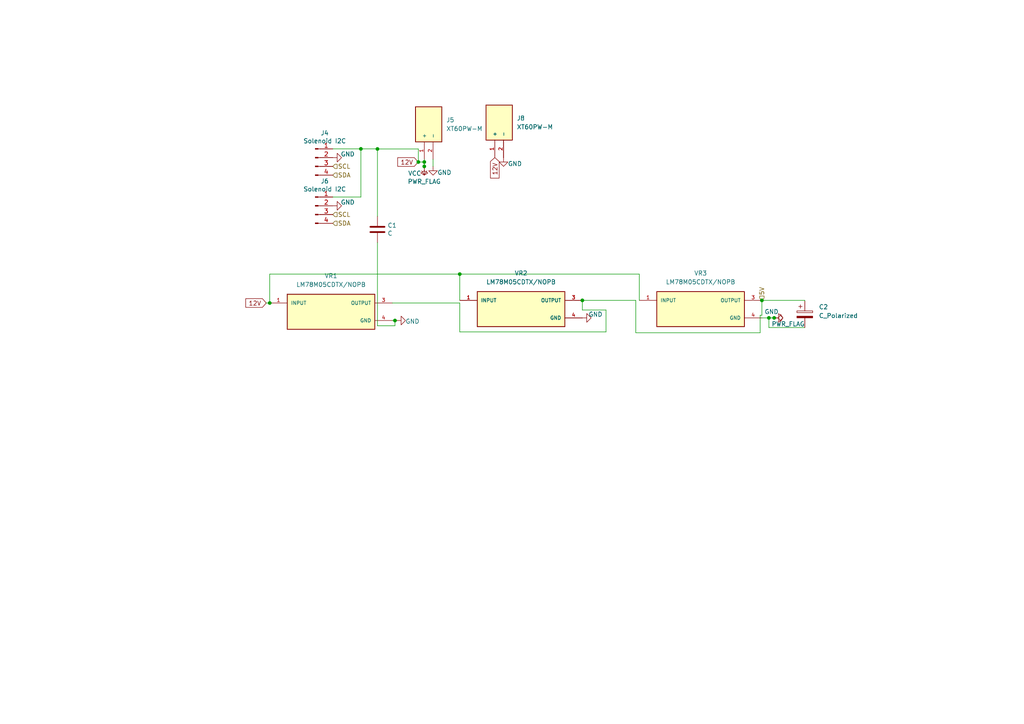
<source format=kicad_sch>
(kicad_sch (version 20211123) (generator eeschema)

  (uuid 44d8279a-9cd1-4db6-856f-0363131605fc)

  (paper "A4")

  (lib_symbols
    (symbol "Connector:Conn_01x04_Male" (pin_names (offset 1.016) hide) (in_bom yes) (on_board yes)
      (property "Reference" "J" (id 0) (at 0 5.08 0)
        (effects (font (size 1.27 1.27)))
      )
      (property "Value" "Conn_01x04_Male" (id 1) (at 0 -7.62 0)
        (effects (font (size 1.27 1.27)))
      )
      (property "Footprint" "" (id 2) (at 0 0 0)
        (effects (font (size 1.27 1.27)) hide)
      )
      (property "Datasheet" "~" (id 3) (at 0 0 0)
        (effects (font (size 1.27 1.27)) hide)
      )
      (property "ki_keywords" "connector" (id 4) (at 0 0 0)
        (effects (font (size 1.27 1.27)) hide)
      )
      (property "ki_description" "Generic connector, single row, 01x04, script generated (kicad-library-utils/schlib/autogen/connector/)" (id 5) (at 0 0 0)
        (effects (font (size 1.27 1.27)) hide)
      )
      (property "ki_fp_filters" "Connector*:*_1x??_*" (id 6) (at 0 0 0)
        (effects (font (size 1.27 1.27)) hide)
      )
      (symbol "Conn_01x04_Male_1_1"
        (polyline
          (pts
            (xy 1.27 -5.08)
            (xy 0.8636 -5.08)
          )
          (stroke (width 0.1524) (type default) (color 0 0 0 0))
          (fill (type none))
        )
        (polyline
          (pts
            (xy 1.27 -2.54)
            (xy 0.8636 -2.54)
          )
          (stroke (width 0.1524) (type default) (color 0 0 0 0))
          (fill (type none))
        )
        (polyline
          (pts
            (xy 1.27 0)
            (xy 0.8636 0)
          )
          (stroke (width 0.1524) (type default) (color 0 0 0 0))
          (fill (type none))
        )
        (polyline
          (pts
            (xy 1.27 2.54)
            (xy 0.8636 2.54)
          )
          (stroke (width 0.1524) (type default) (color 0 0 0 0))
          (fill (type none))
        )
        (rectangle (start 0.8636 -4.953) (end 0 -5.207)
          (stroke (width 0.1524) (type default) (color 0 0 0 0))
          (fill (type outline))
        )
        (rectangle (start 0.8636 -2.413) (end 0 -2.667)
          (stroke (width 0.1524) (type default) (color 0 0 0 0))
          (fill (type outline))
        )
        (rectangle (start 0.8636 0.127) (end 0 -0.127)
          (stroke (width 0.1524) (type default) (color 0 0 0 0))
          (fill (type outline))
        )
        (rectangle (start 0.8636 2.667) (end 0 2.413)
          (stroke (width 0.1524) (type default) (color 0 0 0 0))
          (fill (type outline))
        )
        (pin passive line (at 5.08 2.54 180) (length 3.81)
          (name "Pin_1" (effects (font (size 1.27 1.27))))
          (number "1" (effects (font (size 1.27 1.27))))
        )
        (pin passive line (at 5.08 0 180) (length 3.81)
          (name "Pin_2" (effects (font (size 1.27 1.27))))
          (number "2" (effects (font (size 1.27 1.27))))
        )
        (pin passive line (at 5.08 -2.54 180) (length 3.81)
          (name "Pin_3" (effects (font (size 1.27 1.27))))
          (number "3" (effects (font (size 1.27 1.27))))
        )
        (pin passive line (at 5.08 -5.08 180) (length 3.81)
          (name "Pin_4" (effects (font (size 1.27 1.27))))
          (number "4" (effects (font (size 1.27 1.27))))
        )
      )
    )
    (symbol "Device:C" (pin_numbers hide) (pin_names (offset 0.254)) (in_bom yes) (on_board yes)
      (property "Reference" "C" (id 0) (at 0.635 2.54 0)
        (effects (font (size 1.27 1.27)) (justify left))
      )
      (property "Value" "C" (id 1) (at 0.635 -2.54 0)
        (effects (font (size 1.27 1.27)) (justify left))
      )
      (property "Footprint" "" (id 2) (at 0.9652 -3.81 0)
        (effects (font (size 1.27 1.27)) hide)
      )
      (property "Datasheet" "~" (id 3) (at 0 0 0)
        (effects (font (size 1.27 1.27)) hide)
      )
      (property "ki_keywords" "cap capacitor" (id 4) (at 0 0 0)
        (effects (font (size 1.27 1.27)) hide)
      )
      (property "ki_description" "Unpolarized capacitor" (id 5) (at 0 0 0)
        (effects (font (size 1.27 1.27)) hide)
      )
      (property "ki_fp_filters" "C_*" (id 6) (at 0 0 0)
        (effects (font (size 1.27 1.27)) hide)
      )
      (symbol "C_0_1"
        (polyline
          (pts
            (xy -2.032 -0.762)
            (xy 2.032 -0.762)
          )
          (stroke (width 0.508) (type default) (color 0 0 0 0))
          (fill (type none))
        )
        (polyline
          (pts
            (xy -2.032 0.762)
            (xy 2.032 0.762)
          )
          (stroke (width 0.508) (type default) (color 0 0 0 0))
          (fill (type none))
        )
      )
      (symbol "C_1_1"
        (pin passive line (at 0 3.81 270) (length 2.794)
          (name "~" (effects (font (size 1.27 1.27))))
          (number "1" (effects (font (size 1.27 1.27))))
        )
        (pin passive line (at 0 -3.81 90) (length 2.794)
          (name "~" (effects (font (size 1.27 1.27))))
          (number "2" (effects (font (size 1.27 1.27))))
        )
      )
    )
    (symbol "Device:C_Polarized" (pin_numbers hide) (pin_names (offset 0.254)) (in_bom yes) (on_board yes)
      (property "Reference" "C" (id 0) (at 0.635 2.54 0)
        (effects (font (size 1.27 1.27)) (justify left))
      )
      (property "Value" "C_Polarized" (id 1) (at 0.635 -2.54 0)
        (effects (font (size 1.27 1.27)) (justify left))
      )
      (property "Footprint" "" (id 2) (at 0.9652 -3.81 0)
        (effects (font (size 1.27 1.27)) hide)
      )
      (property "Datasheet" "~" (id 3) (at 0 0 0)
        (effects (font (size 1.27 1.27)) hide)
      )
      (property "ki_keywords" "cap capacitor" (id 4) (at 0 0 0)
        (effects (font (size 1.27 1.27)) hide)
      )
      (property "ki_description" "Polarized capacitor" (id 5) (at 0 0 0)
        (effects (font (size 1.27 1.27)) hide)
      )
      (property "ki_fp_filters" "CP_*" (id 6) (at 0 0 0)
        (effects (font (size 1.27 1.27)) hide)
      )
      (symbol "C_Polarized_0_1"
        (rectangle (start -2.286 0.508) (end 2.286 1.016)
          (stroke (width 0) (type default) (color 0 0 0 0))
          (fill (type none))
        )
        (polyline
          (pts
            (xy -1.778 2.286)
            (xy -0.762 2.286)
          )
          (stroke (width 0) (type default) (color 0 0 0 0))
          (fill (type none))
        )
        (polyline
          (pts
            (xy -1.27 2.794)
            (xy -1.27 1.778)
          )
          (stroke (width 0) (type default) (color 0 0 0 0))
          (fill (type none))
        )
        (rectangle (start 2.286 -0.508) (end -2.286 -1.016)
          (stroke (width 0) (type default) (color 0 0 0 0))
          (fill (type outline))
        )
      )
      (symbol "C_Polarized_1_1"
        (pin passive line (at 0 3.81 270) (length 2.794)
          (name "~" (effects (font (size 1.27 1.27))))
          (number "1" (effects (font (size 1.27 1.27))))
        )
        (pin passive line (at 0 -3.81 90) (length 2.794)
          (name "~" (effects (font (size 1.27 1.27))))
          (number "2" (effects (font (size 1.27 1.27))))
        )
      )
    )
    (symbol "LM78M05CDTX_NOPB:LM78M05CDTX{slash}NOPB" (pin_names (offset 1.016)) (in_bom yes) (on_board yes)
      (property "Reference" "VR" (id 0) (at -12.7 5.842 0)
        (effects (font (size 1.27 1.27)) (justify left bottom))
      )
      (property "Value" "LM78M05CDTX{slash}NOPB" (id 1) (at -12.7 -5.842 0)
        (effects (font (size 1.27 1.27)) (justify left bottom))
      )
      (property "Footprint" "TO228P991X255-3N" (id 2) (at 0 0 0)
        (effects (font (size 1.27 1.27)) (justify left bottom) hide)
      )
      (property "Datasheet" "" (id 3) (at 0 0 0)
        (effects (font (size 1.27 1.27)) (justify left bottom) hide)
      )
      (property "SNAPEDA_PACKAGE_ID" "102662" (id 4) (at 0 0 0)
        (effects (font (size 1.27 1.27)) (justify left bottom) hide)
      )
      (property "STANDARD" "IPC-7351B" (id 5) (at 0 0 0)
        (effects (font (size 1.27 1.27)) (justify left bottom) hide)
      )
      (property "PARTREV" "G" (id 6) (at 0 0 0)
        (effects (font (size 1.27 1.27)) (justify left bottom) hide)
      )
      (property "MANUFACTURER" "Texas Instruments" (id 7) (at 0 0 0)
        (effects (font (size 1.27 1.27)) (justify left bottom) hide)
      )
      (property "MAXIMUM_PACKAGE_HEIGHT" "2.55mm" (id 8) (at 0 0 0)
        (effects (font (size 1.27 1.27)) (justify left bottom) hide)
      )
      (property "ki_locked" "" (id 9) (at 0 0 0)
        (effects (font (size 1.27 1.27)))
      )
      (symbol "LM78M05CDTX{slash}NOPB_0_0"
        (rectangle (start -12.7 -5.08) (end 12.7 5.08)
          (stroke (width 0.254) (type default) (color 0 0 0 0))
          (fill (type background))
        )
        (pin input line (at -17.78 2.54 0) (length 5.08)
          (name "INPUT" (effects (font (size 1.016 1.016))))
          (number "1" (effects (font (size 1.016 1.016))))
        )
        (pin output line (at 17.78 2.54 180) (length 5.08)
          (name "OUTPUT" (effects (font (size 1.016 1.016))))
          (number "3" (effects (font (size 1.016 1.016))))
        )
        (pin power_in line (at 17.78 -2.54 180) (length 5.08)
          (name "GND" (effects (font (size 1.016 1.016))))
          (number "4" (effects (font (size 1.016 1.016))))
        )
      )
    )
    (symbol "XT60PW-M:XT60PW-M" (pin_names (offset 1.016)) (in_bom yes) (on_board yes)
      (property "Reference" "J" (id 0) (at -5.08 5.715 0)
        (effects (font (size 1.27 1.27)) (justify left bottom))
      )
      (property "Value" "XT60PW-M" (id 1) (at -5.08 -5.08 0)
        (effects (font (size 1.27 1.27)) (justify left bottom))
      )
      (property "Footprint" "AMASS_XT60PW-M" (id 2) (at 0 0 0)
        (effects (font (size 1.27 1.27)) (justify left bottom) hide)
      )
      (property "Datasheet" "" (id 3) (at 0 0 0)
        (effects (font (size 1.27 1.27)) (justify left bottom) hide)
      )
      (property "STANDARD" "Manufacturer recommendations" (id 4) (at 0 0 0)
        (effects (font (size 1.27 1.27)) (justify left bottom) hide)
      )
      (property "PARTREV" "V1.2" (id 5) (at 0 0 0)
        (effects (font (size 1.27 1.27)) (justify left bottom) hide)
      )
      (property "MANUFACTURER" "AMASS" (id 6) (at 0 0 0)
        (effects (font (size 1.27 1.27)) (justify left bottom) hide)
      )
      (property "MAXIMUM_PACKAGE_HEIGHT" "8.4 mm" (id 7) (at 0 0 0)
        (effects (font (size 1.27 1.27)) (justify left bottom) hide)
      )
      (property "ki_locked" "" (id 8) (at 0 0 0)
        (effects (font (size 1.27 1.27)))
      )
      (symbol "XT60PW-M_0_0"
        (rectangle (start -5.08 -2.54) (end 5.08 5.08)
          (stroke (width 0.254) (type default) (color 0 0 0 0))
          (fill (type background))
        )
        (pin passive line (at -10.16 2.54 0) (length 5.08)
          (name "+" (effects (font (size 1.016 1.016))))
          (number "1" (effects (font (size 1.016 1.016))))
        )
        (pin passive line (at -10.16 0 0) (length 5.08)
          (name "-" (effects (font (size 1.016 1.016))))
          (number "2" (effects (font (size 1.016 1.016))))
        )
      )
    )
    (symbol "power:GND" (power) (pin_names (offset 0)) (in_bom yes) (on_board yes)
      (property "Reference" "#PWR" (id 0) (at 0 -6.35 0)
        (effects (font (size 1.27 1.27)) hide)
      )
      (property "Value" "GND" (id 1) (at 0 -3.81 0)
        (effects (font (size 1.27 1.27)))
      )
      (property "Footprint" "" (id 2) (at 0 0 0)
        (effects (font (size 1.27 1.27)) hide)
      )
      (property "Datasheet" "" (id 3) (at 0 0 0)
        (effects (font (size 1.27 1.27)) hide)
      )
      (property "ki_keywords" "power-flag" (id 4) (at 0 0 0)
        (effects (font (size 1.27 1.27)) hide)
      )
      (property "ki_description" "Power symbol creates a global label with name \"GND\" , ground" (id 5) (at 0 0 0)
        (effects (font (size 1.27 1.27)) hide)
      )
      (symbol "GND_0_1"
        (polyline
          (pts
            (xy 0 0)
            (xy 0 -1.27)
            (xy 1.27 -1.27)
            (xy 0 -2.54)
            (xy -1.27 -1.27)
            (xy 0 -1.27)
          )
          (stroke (width 0) (type default) (color 0 0 0 0))
          (fill (type none))
        )
      )
      (symbol "GND_1_1"
        (pin power_in line (at 0 0 270) (length 0) hide
          (name "GND" (effects (font (size 1.27 1.27))))
          (number "1" (effects (font (size 1.27 1.27))))
        )
      )
    )
    (symbol "power:PWR_FLAG" (power) (pin_numbers hide) (pin_names (offset 0) hide) (in_bom yes) (on_board yes)
      (property "Reference" "#FLG" (id 0) (at 0 1.905 0)
        (effects (font (size 1.27 1.27)) hide)
      )
      (property "Value" "PWR_FLAG" (id 1) (at 0 3.81 0)
        (effects (font (size 1.27 1.27)))
      )
      (property "Footprint" "" (id 2) (at 0 0 0)
        (effects (font (size 1.27 1.27)) hide)
      )
      (property "Datasheet" "~" (id 3) (at 0 0 0)
        (effects (font (size 1.27 1.27)) hide)
      )
      (property "ki_keywords" "power-flag" (id 4) (at 0 0 0)
        (effects (font (size 1.27 1.27)) hide)
      )
      (property "ki_description" "Special symbol for telling ERC where power comes from" (id 5) (at 0 0 0)
        (effects (font (size 1.27 1.27)) hide)
      )
      (symbol "PWR_FLAG_0_0"
        (pin power_out line (at 0 0 90) (length 0)
          (name "pwr" (effects (font (size 1.27 1.27))))
          (number "1" (effects (font (size 1.27 1.27))))
        )
      )
      (symbol "PWR_FLAG_0_1"
        (polyline
          (pts
            (xy 0 0)
            (xy 0 1.27)
            (xy -1.016 1.905)
            (xy 0 2.54)
            (xy 1.016 1.905)
            (xy 0 1.27)
          )
          (stroke (width 0) (type default) (color 0 0 0 0))
          (fill (type none))
        )
      )
    )
    (symbol "power:VCC" (power) (pin_names (offset 0)) (in_bom yes) (on_board yes)
      (property "Reference" "#PWR" (id 0) (at 0 -3.81 0)
        (effects (font (size 1.27 1.27)) hide)
      )
      (property "Value" "VCC" (id 1) (at 0 3.81 0)
        (effects (font (size 1.27 1.27)))
      )
      (property "Footprint" "" (id 2) (at 0 0 0)
        (effects (font (size 1.27 1.27)) hide)
      )
      (property "Datasheet" "" (id 3) (at 0 0 0)
        (effects (font (size 1.27 1.27)) hide)
      )
      (property "ki_keywords" "power-flag" (id 4) (at 0 0 0)
        (effects (font (size 1.27 1.27)) hide)
      )
      (property "ki_description" "Power symbol creates a global label with name \"VCC\"" (id 5) (at 0 0 0)
        (effects (font (size 1.27 1.27)) hide)
      )
      (symbol "VCC_0_1"
        (polyline
          (pts
            (xy -0.762 1.27)
            (xy 0 2.54)
          )
          (stroke (width 0) (type default) (color 0 0 0 0))
          (fill (type none))
        )
        (polyline
          (pts
            (xy 0 0)
            (xy 0 2.54)
          )
          (stroke (width 0) (type default) (color 0 0 0 0))
          (fill (type none))
        )
        (polyline
          (pts
            (xy 0 2.54)
            (xy 0.762 1.27)
          )
          (stroke (width 0) (type default) (color 0 0 0 0))
          (fill (type none))
        )
      )
      (symbol "VCC_1_1"
        (pin power_in line (at 0 0 90) (length 0) hide
          (name "VCC" (effects (font (size 1.27 1.27))))
          (number "1" (effects (font (size 1.27 1.27))))
        )
      )
    )
  )


  (junction (at 104.6734 43.18) (diameter 0) (color 0 0 0 0)
    (uuid 2dfa0386-e1af-4420-a731-9c62c8c78446)
  )
  (junction (at 133.35 79.502) (diameter 0) (color 0 0 0 0)
    (uuid 31e08896-1992-4725-96d9-9d2728bca7a3)
  )
  (junction (at 220.98 87.122) (diameter 0) (color 0 0 0 0)
    (uuid 4a353535-fa5f-48af-a7d3-2bd43d4a63e8)
  )
  (junction (at 224.536 92.202) (diameter 0) (color 0 0 0 0)
    (uuid 4fb21471-41be-4be8-9687-66030f97befc)
  )
  (junction (at 123.063 46.99) (diameter 0) (color 0 0 0 0)
    (uuid 6c2e273e-743c-4f1e-a647-4171f8122550)
  )
  (junction (at 114.554 92.964) (diameter 0) (color 0 0 0 0)
    (uuid 8412992d-8754-44de-9e08-115cec1a3eff)
  )
  (junction (at 123.063 48.26) (diameter 0) (color 0 0 0 0)
    (uuid 8c514922-ffe1-4e37-a260-e807409f2e0d)
  )
  (junction (at 168.91 87.122) (diameter 0) (color 0 0 0 0)
    (uuid 90609d50-a891-4cf0-bb9a-216b073dada0)
  )
  (junction (at 78.232 87.884) (diameter 0) (color 0 0 0 0)
    (uuid 980f1097-47ba-4523-a8e1-9d867293b77d)
  )
  (junction (at 223.012 92.202) (diameter 0) (color 0 0 0 0)
    (uuid aca4de92-9c41-4c2b-9afa-540d02dafa1c)
  )
  (junction (at 109.474 43.2054) (diameter 0) (color 0 0 0 0)
    (uuid ca7c015c-86bc-4139-8244-c4afd4933a27)
  )
  (junction (at 121.3358 46.99) (diameter 0) (color 0 0 0 0)
    (uuid d7b2c398-a2c4-40f4-8d86-94c6ac323fb3)
  )

  (wire (pts (xy 220.98 92.202) (xy 223.012 92.202))
    (stroke (width 0) (type default) (color 0 0 0 0))
    (uuid 003c2200-0632-4808-a662-8ddd5d30c768)
  )
  (wire (pts (xy 175.768 89.916) (xy 175.768 96.266))
    (stroke (width 0) (type default) (color 0 0 0 0))
    (uuid 03caada9-9e22-4e2d-9035-b15433dfbb17)
  )
  (wire (pts (xy 78.232 79.502) (xy 133.35 79.502))
    (stroke (width 0) (type default) (color 0 0 0 0))
    (uuid 0f54db53-a272-4955-88fb-d7ab00657bb0)
  )
  (wire (pts (xy 114.554 94.488) (xy 114.554 92.964))
    (stroke (width 0) (type default) (color 0 0 0 0))
    (uuid 13c0ff76-ed71-4cd9-abb0-92c376825d5d)
  )
  (wire (pts (xy 121.3358 46.99) (xy 123.063 46.99))
    (stroke (width 0) (type default) (color 0 0 0 0))
    (uuid 15c43ec0-be2a-4aee-b66e-6829dcd5cfc2)
  )
  (wire (pts (xy 133.35 96.266) (xy 175.768 96.266))
    (stroke (width 0) (type default) (color 0 0 0 0))
    (uuid 1f3003e6-dce5-420f-906b-3f1e92b67249)
  )
  (wire (pts (xy 123.063 46.228) (xy 123.063 46.99))
    (stroke (width 0) (type default) (color 0 0 0 0))
    (uuid 2d210a96-f81f-42a9-8bf4-1b43c11086f3)
  )
  (wire (pts (xy 113.792 92.964) (xy 114.554 92.964))
    (stroke (width 0) (type default) (color 0 0 0 0))
    (uuid 378af8b4-af3d-46e7-89ae-deff12ca9067)
  )
  (wire (pts (xy 96.52 57.15) (xy 104.6734 57.15))
    (stroke (width 0) (type default) (color 0 0 0 0))
    (uuid 3c4b29df-3c31-42a0-9881-ec665de22aac)
  )
  (wire (pts (xy 184.404 87.122) (xy 184.404 96.52))
    (stroke (width 0) (type default) (color 0 0 0 0))
    (uuid 40976bf0-19de-460f-ad64-224d4f51e16b)
  )
  (wire (pts (xy 109.474 43.18) (xy 109.474 43.2054))
    (stroke (width 0) (type default) (color 0 0 0 0))
    (uuid 4780a290-d25c-4459-9579-eba3f7678762)
  )
  (wire (pts (xy 109.474 43.2054) (xy 109.474 62.738))
    (stroke (width 0) (type default) (color 0 0 0 0))
    (uuid 5a32b969-4a90-459b-9132-b2e5a3e80287)
  )
  (wire (pts (xy 168.91 87.122) (xy 168.91 89.916))
    (stroke (width 0) (type default) (color 0 0 0 0))
    (uuid 639c0e59-e95c-4114-bccd-2e7277505454)
  )
  (wire (pts (xy 185.42 79.502) (xy 185.42 87.122))
    (stroke (width 0) (type default) (color 0 0 0 0))
    (uuid 6441b183-b8f2-458f-a23d-60e2b1f66dd6)
  )
  (wire (pts (xy 123.063 46.99) (xy 123.063 48.26))
    (stroke (width 0) (type default) (color 0 0 0 0))
    (uuid 666713b0-70f4-42df-8761-f65bc212d03b)
  )
  (wire (pts (xy 220.98 91.44) (xy 220.472 91.44))
    (stroke (width 0) (type default) (color 0 0 0 0))
    (uuid 68877d35-b796-44db-9124-b8e744e7412e)
  )
  (wire (pts (xy 104.6734 57.15) (xy 104.6734 43.18))
    (stroke (width 0) (type default) (color 0 0 0 0))
    (uuid 690f4cb0-739f-4018-a871-4477df548cfc)
  )
  (wire (pts (xy 133.35 79.502) (xy 133.35 87.122))
    (stroke (width 0) (type default) (color 0 0 0 0))
    (uuid 80094b70-85ab-4ff6-934b-60d5ee65023a)
  )
  (wire (pts (xy 168.91 89.916) (xy 175.768 89.916))
    (stroke (width 0) (type default) (color 0 0 0 0))
    (uuid 8ca3e20d-bcc7-4c5e-9deb-562dfed9fecb)
  )
  (wire (pts (xy 121.3358 43.2054) (xy 109.474 43.2054))
    (stroke (width 0) (type default) (color 0 0 0 0))
    (uuid 90249b1b-dedf-489f-9c00-42575bfb8d70)
  )
  (wire (pts (xy 220.472 96.52) (xy 184.404 96.52))
    (stroke (width 0) (type default) (color 0 0 0 0))
    (uuid 911bdcbe-493f-4e21-a506-7cbc636e2c17)
  )
  (wire (pts (xy 78.232 87.884) (xy 78.232 79.502))
    (stroke (width 0) (type default) (color 0 0 0 0))
    (uuid 922058ca-d09a-45fd-8394-05f3e2c1e03a)
  )
  (wire (pts (xy 77.216 87.884) (xy 78.232 87.884))
    (stroke (width 0) (type default) (color 0 0 0 0))
    (uuid 97fe9c60-586f-4895-8504-4d3729f5f81a)
  )
  (wire (pts (xy 96.52 43.18) (xy 104.6734 43.18))
    (stroke (width 0) (type default) (color 0 0 0 0))
    (uuid 9a46ad12-99a7-4e9f-833d-0b030db93dd1)
  )
  (wire (pts (xy 125.603 48.26) (xy 125.603 46.228))
    (stroke (width 0) (type default) (color 0 0 0 0))
    (uuid 9bb20359-0f8b-45bc-9d38-6626ed3a939d)
  )
  (wire (pts (xy 168.91 87.122) (xy 184.404 87.122))
    (stroke (width 0) (type default) (color 0 0 0 0))
    (uuid a15a7506-eae4-4933-84da-9ad754258706)
  )
  (wire (pts (xy 109.474 94.488) (xy 114.554 94.488))
    (stroke (width 0) (type default) (color 0 0 0 0))
    (uuid a27eb049-c992-4f11-a026-1e6a8d9d0160)
  )
  (wire (pts (xy 113.792 87.884) (xy 133.35 87.884))
    (stroke (width 0) (type default) (color 0 0 0 0))
    (uuid b5352a33-563a-4ffe-a231-2e68fb54afa3)
  )
  (wire (pts (xy 220.472 91.44) (xy 220.472 96.52))
    (stroke (width 0) (type default) (color 0 0 0 0))
    (uuid b96fe6ac-3535-4455-ab88-ed77f5e46d6e)
  )
  (wire (pts (xy 133.35 79.502) (xy 185.42 79.502))
    (stroke (width 0) (type default) (color 0 0 0 0))
    (uuid bfc0aadc-38cf-466e-a642-68fdc3138c78)
  )
  (wire (pts (xy 220.98 87.122) (xy 220.98 91.44))
    (stroke (width 0) (type default) (color 0 0 0 0))
    (uuid c332fa55-4168-4f55-88a5-f82c7c21040b)
  )
  (wire (pts (xy 223.012 92.202) (xy 224.536 92.202))
    (stroke (width 0) (type default) (color 0 0 0 0))
    (uuid c43663ee-9a0d-4f27-a292-89ba89964065)
  )
  (wire (pts (xy 220.98 87.122) (xy 233.426 87.122))
    (stroke (width 0) (type default) (color 0 0 0 0))
    (uuid c8c79177-94d4-43e2-a654-f0a5554fbb68)
  )
  (wire (pts (xy 121.3358 46.99) (xy 121.3358 43.2054))
    (stroke (width 0) (type default) (color 0 0 0 0))
    (uuid cdf171b3-ce1c-4167-95b5-1e8b5fc5d8bf)
  )
  (wire (pts (xy 133.35 87.884) (xy 133.35 96.266))
    (stroke (width 0) (type default) (color 0 0 0 0))
    (uuid d3c11c8f-a73d-4211-934b-a6da255728ad)
  )
  (wire (pts (xy 104.6734 43.18) (xy 109.474 43.18))
    (stroke (width 0) (type default) (color 0 0 0 0))
    (uuid d5c0bae9-54fb-49a4-ab37-69e16e5f8a10)
  )
  (wire (pts (xy 223.012 94.996) (xy 223.012 92.202))
    (stroke (width 0) (type default) (color 0 0 0 0))
    (uuid d7269d2a-b8c0-422d-8f25-f79ea31bf75e)
  )
  (wire (pts (xy 114.554 92.964) (xy 115.062 92.964))
    (stroke (width 0) (type default) (color 0 0 0 0))
    (uuid df32840e-2912-4088-b54c-9a85f64c0265)
  )
  (wire (pts (xy 233.426 87.122) (xy 233.426 87.376))
    (stroke (width 0) (type default) (color 0 0 0 0))
    (uuid e21aa84b-970e-47cf-b64f-3b55ee0e1b51)
  )
  (wire (pts (xy 121.285 46.99) (xy 121.3358 46.99))
    (stroke (width 0) (type default) (color 0 0 0 0))
    (uuid e857610b-4434-4144-b04e-43c1ebdc5ceb)
  )
  (wire (pts (xy 233.426 94.996) (xy 223.012 94.996))
    (stroke (width 0) (type default) (color 0 0 0 0))
    (uuid e8c50f1b-c316-4110-9cce-5c24c65a1eaa)
  )
  (wire (pts (xy 109.474 70.358) (xy 109.474 94.488))
    (stroke (width 0) (type default) (color 0 0 0 0))
    (uuid ffd175d1-912a-4224-be1e-a8198680f46b)
  )

  (global_label "12V" (shape input) (at 143.51 45.72 270) (fields_autoplaced)
    (effects (font (size 1.27 1.27)) (justify right))
    (uuid 7017fb0f-0853-4913-bc96-07f0f5509631)
    (property "Intersheet References" "${INTERSHEET_REFS}" (id 0) (at 97.028 169.672 0)
      (effects (font (size 1.27 1.27)) hide)
    )
  )
  (global_label "12V" (shape input) (at 77.216 87.884 180) (fields_autoplaced)
    (effects (font (size 1.27 1.27)) (justify right))
    (uuid 7aed3a71-054b-4aaa-9c0a-030523c32827)
    (property "Intersheet References" "${INTERSHEET_REFS}" (id 0) (at 0 0 0)
      (effects (font (size 1.27 1.27)) hide)
    )
  )
  (global_label "12V" (shape input) (at 121.285 46.99 180) (fields_autoplaced)
    (effects (font (size 1.27 1.27)) (justify right))
    (uuid 7dc880bc-e7eb-4cce-8d8c-0b65a9dd788e)
    (property "Intersheet References" "${INTERSHEET_REFS}" (id 0) (at -2.667 0.508 0)
      (effects (font (size 1.27 1.27)) hide)
    )
  )

  (hierarchical_label "SDA" (shape input) (at 96.52 50.8 0)
    (effects (font (size 1.27 1.27)) (justify left))
    (uuid 3e903008-0276-4a73-8edb-5d9dfde6297c)
  )
  (hierarchical_label "SCL" (shape input) (at 96.52 48.26 0)
    (effects (font (size 1.27 1.27)) (justify left))
    (uuid 75ffc65c-7132-4411-9f2a-ae0c73d79338)
  )
  (hierarchical_label "5V" (shape input) (at 220.98 87.122 90)
    (effects (font (size 1.27 1.27)) (justify left))
    (uuid 852dabbf-de45-4470-8176-59d37a754407)
  )
  (hierarchical_label "SCL" (shape input) (at 96.52 62.23 0)
    (effects (font (size 1.27 1.27)) (justify left))
    (uuid ac44c07f-479e-4e52-b9de-ced1a8eab2fa)
  )
  (hierarchical_label "SDA" (shape input) (at 96.52 64.77 0)
    (effects (font (size 1.27 1.27)) (justify left))
    (uuid c7c48acc-2186-4ec2-bbe9-bcf2692bac16)
  )

  (symbol (lib_id "power:VCC") (at 123.063 48.26 180) (unit 1)
    (in_bom yes) (on_board yes)
    (uuid 00000000-0000-0000-0000-000062525296)
    (property "Reference" "#PWR0101" (id 0) (at 123.063 44.45 0)
      (effects (font (size 1.27 1.27)) hide)
    )
    (property "Value" "VCC" (id 1) (at 120.269 50.292 0))
    (property "Footprint" "" (id 2) (at 123.063 48.26 0)
      (effects (font (size 1.27 1.27)) hide)
    )
    (property "Datasheet" "" (id 3) (at 123.063 48.26 0)
      (effects (font (size 1.27 1.27)) hide)
    )
    (pin "1" (uuid 7fb7583c-ceba-4b20-9b71-fe1186f524bb))
  )

  (symbol (lib_id "power:GND") (at 125.603 48.26 0) (unit 1)
    (in_bom yes) (on_board yes)
    (uuid 00000000-0000-0000-0000-0000625255a6)
    (property "Reference" "#PWR0102" (id 0) (at 125.603 54.61 0)
      (effects (font (size 1.27 1.27)) hide)
    )
    (property "Value" "GND" (id 1) (at 128.905 50.038 0))
    (property "Footprint" "" (id 2) (at 125.603 48.26 0)
      (effects (font (size 1.27 1.27)) hide)
    )
    (property "Datasheet" "" (id 3) (at 125.603 48.26 0)
      (effects (font (size 1.27 1.27)) hide)
    )
    (pin "1" (uuid 1d2d5409-88f7-49e7-af86-7e9d4508aee5))
  )

  (symbol (lib_id "power:GND") (at 115.062 92.964 90) (unit 1)
    (in_bom yes) (on_board yes)
    (uuid 00000000-0000-0000-0000-000062527c50)
    (property "Reference" "#PWR0103" (id 0) (at 121.412 92.964 0)
      (effects (font (size 1.27 1.27)) hide)
    )
    (property "Value" "GND" (id 1) (at 119.634 93.218 90))
    (property "Footprint" "" (id 2) (at 115.062 92.964 0)
      (effects (font (size 1.27 1.27)) hide)
    )
    (property "Datasheet" "" (id 3) (at 115.062 92.964 0)
      (effects (font (size 1.27 1.27)) hide)
    )
    (pin "1" (uuid 85f9935b-27fc-493f-85cc-ac13b18a5480))
  )

  (symbol (lib_id "power:GND") (at 168.91 92.202 90) (unit 1)
    (in_bom yes) (on_board yes)
    (uuid 00000000-0000-0000-0000-00006252d5a1)
    (property "Reference" "#PWR0104" (id 0) (at 175.26 92.202 0)
      (effects (font (size 1.27 1.27)) hide)
    )
    (property "Value" "GND" (id 1) (at 172.72 91.186 90))
    (property "Footprint" "" (id 2) (at 168.91 92.202 0)
      (effects (font (size 1.27 1.27)) hide)
    )
    (property "Datasheet" "" (id 3) (at 168.91 92.202 0)
      (effects (font (size 1.27 1.27)) hide)
    )
    (pin "1" (uuid ba6fa266-694b-4912-a263-74d98430b78b))
  )

  (symbol (lib_id "power:GND") (at 224.536 92.202 90) (unit 1)
    (in_bom yes) (on_board yes)
    (uuid 00000000-0000-0000-0000-00006252ef48)
    (property "Reference" "#PWR0105" (id 0) (at 230.886 92.202 0)
      (effects (font (size 1.27 1.27)) hide)
    )
    (property "Value" "GND" (id 1) (at 223.774 90.424 90))
    (property "Footprint" "" (id 2) (at 224.536 92.202 0)
      (effects (font (size 1.27 1.27)) hide)
    )
    (property "Datasheet" "" (id 3) (at 224.536 92.202 0)
      (effects (font (size 1.27 1.27)) hide)
    )
    (pin "1" (uuid d8d8ab03-2df0-49fc-9882-ea1e0ab5128a))
  )

  (symbol (lib_id "Connector:Conn_01x04_Male") (at 91.44 45.72 0) (unit 1)
    (in_bom yes) (on_board yes)
    (uuid 00000000-0000-0000-0000-000062530307)
    (property "Reference" "J4" (id 0) (at 94.1832 38.5826 0))
    (property "Value" "Solenoid I2C" (id 1) (at 94.1832 40.894 0))
    (property "Footprint" "Connector_PinHeader_2.54mm:PinHeader_1x04_P2.54mm_Vertical" (id 2) (at 91.44 45.72 0)
      (effects (font (size 1.27 1.27)) hide)
    )
    (property "Datasheet" "~" (id 3) (at 91.44 45.72 0)
      (effects (font (size 1.27 1.27)) hide)
    )
    (pin "1" (uuid 5d76824b-78ae-4dd8-98b2-b4328a634435))
    (pin "2" (uuid 304a25b6-803f-43b8-814a-27dad4151d60))
    (pin "3" (uuid 70f99bd0-7a08-4053-b169-629e201785ee))
    (pin "4" (uuid d67939b1-5daf-4d3f-ad3f-d552567347c3))
  )

  (symbol (lib_id "power:GND") (at 96.52 45.72 90) (unit 1)
    (in_bom yes) (on_board yes)
    (uuid 00000000-0000-0000-0000-0000625334fb)
    (property "Reference" "#PWR0106" (id 0) (at 102.87 45.72 0)
      (effects (font (size 1.27 1.27)) hide)
    )
    (property "Value" "GND" (id 1) (at 98.806 44.704 90)
      (effects (font (size 1.27 1.27)) (justify right))
    )
    (property "Footprint" "" (id 2) (at 96.52 45.72 0)
      (effects (font (size 1.27 1.27)) hide)
    )
    (property "Datasheet" "" (id 3) (at 96.52 45.72 0)
      (effects (font (size 1.27 1.27)) hide)
    )
    (pin "1" (uuid 660f274e-865c-4a92-9f67-759f39e3f3e2))
  )

  (symbol (lib_id "power:PWR_FLAG") (at 123.063 48.26 180) (unit 1)
    (in_bom yes) (on_board yes)
    (uuid 00000000-0000-0000-0000-000062533e89)
    (property "Reference" "#FLG0101" (id 0) (at 123.063 50.165 0)
      (effects (font (size 1.27 1.27)) hide)
    )
    (property "Value" "PWR_FLAG" (id 1) (at 123.063 52.6542 0))
    (property "Footprint" "" (id 2) (at 123.063 48.26 0)
      (effects (font (size 1.27 1.27)) hide)
    )
    (property "Datasheet" "~" (id 3) (at 123.063 48.26 0)
      (effects (font (size 1.27 1.27)) hide)
    )
    (pin "1" (uuid 3dfb52c6-9d35-4f96-9279-c27e60d1dc50))
  )

  (symbol (lib_id "Device:C") (at 109.474 66.548 0) (unit 1)
    (in_bom yes) (on_board yes)
    (uuid 00000000-0000-0000-0000-00006253424f)
    (property "Reference" "C1" (id 0) (at 112.395 65.3796 0)
      (effects (font (size 1.27 1.27)) (justify left))
    )
    (property "Value" "C" (id 1) (at 112.395 67.691 0)
      (effects (font (size 1.27 1.27)) (justify left))
    )
    (property "Footprint" "Capacitor_THT:C_Rect_L7.0mm_W2.5mm_P5.00mm" (id 2) (at 110.4392 70.358 0)
      (effects (font (size 1.27 1.27)) hide)
    )
    (property "Datasheet" "~" (id 3) (at 109.474 66.548 0)
      (effects (font (size 1.27 1.27)) hide)
    )
    (pin "1" (uuid adba5a46-7a79-4a45-93ac-9ece85148abb))
    (pin "2" (uuid 56ba79c1-0248-497d-8c4b-ba9a0b185aef))
  )

  (symbol (lib_id "power:PWR_FLAG") (at 224.536 92.202 270) (unit 1)
    (in_bom yes) (on_board yes)
    (uuid 00000000-0000-0000-0000-00006253d63c)
    (property "Reference" "#FLG0102" (id 0) (at 226.441 92.202 0)
      (effects (font (size 1.27 1.27)) hide)
    )
    (property "Value" "PWR_FLAG" (id 1) (at 223.774 93.98 90)
      (effects (font (size 1.27 1.27)) (justify left))
    )
    (property "Footprint" "" (id 2) (at 224.536 92.202 0)
      (effects (font (size 1.27 1.27)) hide)
    )
    (property "Datasheet" "~" (id 3) (at 224.536 92.202 0)
      (effects (font (size 1.27 1.27)) hide)
    )
    (pin "1" (uuid dc7ae2f2-0bec-4bfa-8965-a15c1ebd044d))
  )

  (symbol (lib_id "power:GND") (at 146.05 45.72 0) (unit 1)
    (in_bom yes) (on_board yes)
    (uuid 07c11f9b-2ad5-4b2b-94e5-5ca088c562d3)
    (property "Reference" "#PWR0113" (id 0) (at 146.05 52.07 0)
      (effects (font (size 1.27 1.27)) hide)
    )
    (property "Value" "GND" (id 1) (at 149.352 47.498 0))
    (property "Footprint" "" (id 2) (at 146.05 45.72 0)
      (effects (font (size 1.27 1.27)) hide)
    )
    (property "Datasheet" "" (id 3) (at 146.05 45.72 0)
      (effects (font (size 1.27 1.27)) hide)
    )
    (pin "1" (uuid df76546d-3777-4524-bcac-54d85d7cd724))
  )

  (symbol (lib_id "XT60PW-M:XT60PW-M") (at 146.05 35.56 90) (unit 1)
    (in_bom yes) (on_board yes) (fields_autoplaced)
    (uuid 352e72e3-1144-4bdd-8762-d91f8446e74f)
    (property "Reference" "J8" (id 0) (at 149.86 34.2899 90)
      (effects (font (size 1.27 1.27)) (justify right))
    )
    (property "Value" "XT60PW-M" (id 1) (at 149.86 36.8299 90)
      (effects (font (size 1.27 1.27)) (justify right))
    )
    (property "Footprint" ".pretty:AMASS_XT60PW-M" (id 2) (at 146.05 35.56 0)
      (effects (font (size 1.27 1.27)) (justify left bottom) hide)
    )
    (property "Datasheet" "" (id 3) (at 146.05 35.56 0)
      (effects (font (size 1.27 1.27)) (justify left bottom) hide)
    )
    (property "STANDARD" "Manufacturer recommendations" (id 4) (at 146.05 35.56 0)
      (effects (font (size 1.27 1.27)) (justify left bottom) hide)
    )
    (property "PARTREV" "V1.2" (id 5) (at 146.05 35.56 0)
      (effects (font (size 1.27 1.27)) (justify left bottom) hide)
    )
    (property "MANUFACTURER" "AMASS" (id 6) (at 146.05 35.56 0)
      (effects (font (size 1.27 1.27)) (justify left bottom) hide)
    )
    (property "MAXIMUM_PACKAGE_HEIGHT" "8.4 mm" (id 7) (at 146.05 35.56 0)
      (effects (font (size 1.27 1.27)) (justify left bottom) hide)
    )
    (pin "1" (uuid ade99c93-b4f0-4d25-87e4-3eb26ed3d5b3))
    (pin "2" (uuid edfaf871-e41a-4b9d-b630-60532c318971))
  )

  (symbol (lib_id "LM78M05CDTX_NOPB:LM78M05CDTX{slash}NOPB") (at 96.012 90.424 0) (unit 1)
    (in_bom yes) (on_board yes) (fields_autoplaced)
    (uuid 48d40073-1a9a-46a8-ade3-7445c436f76c)
    (property "Reference" "VR1" (id 0) (at 96.012 80.01 0))
    (property "Value" "LM78M05CDTX/NOPB" (id 1) (at 96.012 82.55 0))
    (property "Footprint" ".pretty:VREG_L7805ACD2T" (id 2) (at 96.012 90.424 0)
      (effects (font (size 1.27 1.27)) (justify left bottom) hide)
    )
    (property "Datasheet" "" (id 3) (at 96.012 90.424 0)
      (effects (font (size 1.27 1.27)) (justify left bottom) hide)
    )
    (property "SNAPEDA_PACKAGE_ID" "102662" (id 4) (at 96.012 90.424 0)
      (effects (font (size 1.27 1.27)) (justify left bottom) hide)
    )
    (property "STANDARD" "IPC-7351B" (id 5) (at 96.012 90.424 0)
      (effects (font (size 1.27 1.27)) (justify left bottom) hide)
    )
    (property "PARTREV" "G" (id 6) (at 96.012 90.424 0)
      (effects (font (size 1.27 1.27)) (justify left bottom) hide)
    )
    (property "MANUFACTURER" "Texas Instruments" (id 7) (at 96.012 90.424 0)
      (effects (font (size 1.27 1.27)) (justify left bottom) hide)
    )
    (property "MAXIMUM_PACKAGE_HEIGHT" "2.55mm" (id 8) (at 96.012 90.424 0)
      (effects (font (size 1.27 1.27)) (justify left bottom) hide)
    )
    (pin "1" (uuid ddf60f67-f076-45c5-92e2-ecffc2cc44c4))
    (pin "3" (uuid 3502532b-0d7c-44bc-a717-7c29d52d97a5))
    (pin "4" (uuid a0e1e0fd-9454-4488-a8e5-72d7ab0150a6))
  )

  (symbol (lib_id "XT60PW-M:XT60PW-M") (at 125.603 36.068 90) (unit 1)
    (in_bom yes) (on_board yes) (fields_autoplaced)
    (uuid 4ee4664d-b19c-42b0-a90e-fe9df1307883)
    (property "Reference" "J5" (id 0) (at 129.413 34.7979 90)
      (effects (font (size 1.27 1.27)) (justify right))
    )
    (property "Value" "XT60PW-M" (id 1) (at 129.413 37.3379 90)
      (effects (font (size 1.27 1.27)) (justify right))
    )
    (property "Footprint" ".pretty:AMASS_XT60PW-M" (id 2) (at 125.603 36.068 0)
      (effects (font (size 1.27 1.27)) (justify left bottom) hide)
    )
    (property "Datasheet" "" (id 3) (at 125.603 36.068 0)
      (effects (font (size 1.27 1.27)) (justify left bottom) hide)
    )
    (property "STANDARD" "Manufacturer recommendations" (id 4) (at 125.603 36.068 0)
      (effects (font (size 1.27 1.27)) (justify left bottom) hide)
    )
    (property "PARTREV" "V1.2" (id 5) (at 125.603 36.068 0)
      (effects (font (size 1.27 1.27)) (justify left bottom) hide)
    )
    (property "MANUFACTURER" "AMASS" (id 6) (at 125.603 36.068 0)
      (effects (font (size 1.27 1.27)) (justify left bottom) hide)
    )
    (property "MAXIMUM_PACKAGE_HEIGHT" "8.4 mm" (id 7) (at 125.603 36.068 0)
      (effects (font (size 1.27 1.27)) (justify left bottom) hide)
    )
    (pin "1" (uuid ee7905a8-b176-49d0-9826-f6f1c63b3e7d))
    (pin "2" (uuid 3ece1c67-f4b3-44e8-9f85-2049ec811bf5))
  )

  (symbol (lib_id "LM78M05CDTX_NOPB:LM78M05CDTX{slash}NOPB") (at 203.2 89.662 0) (unit 1)
    (in_bom yes) (on_board yes) (fields_autoplaced)
    (uuid 672cce20-82ef-4cef-a268-b67f5ebf55d6)
    (property "Reference" "VR3" (id 0) (at 203.2 79.248 0))
    (property "Value" "LM78M05CDTX/NOPB" (id 1) (at 203.2 81.788 0))
    (property "Footprint" ".pretty:VREG_L7805ACD2T" (id 2) (at 203.2 89.662 0)
      (effects (font (size 1.27 1.27)) (justify left bottom) hide)
    )
    (property "Datasheet" "" (id 3) (at 203.2 89.662 0)
      (effects (font (size 1.27 1.27)) (justify left bottom) hide)
    )
    (property "SNAPEDA_PACKAGE_ID" "102662" (id 4) (at 203.2 89.662 0)
      (effects (font (size 1.27 1.27)) (justify left bottom) hide)
    )
    (property "STANDARD" "IPC-7351B" (id 5) (at 203.2 89.662 0)
      (effects (font (size 1.27 1.27)) (justify left bottom) hide)
    )
    (property "PARTREV" "G" (id 6) (at 203.2 89.662 0)
      (effects (font (size 1.27 1.27)) (justify left bottom) hide)
    )
    (property "MANUFACTURER" "Texas Instruments" (id 7) (at 203.2 89.662 0)
      (effects (font (size 1.27 1.27)) (justify left bottom) hide)
    )
    (property "MAXIMUM_PACKAGE_HEIGHT" "2.55mm" (id 8) (at 203.2 89.662 0)
      (effects (font (size 1.27 1.27)) (justify left bottom) hide)
    )
    (pin "1" (uuid 3d965242-be26-4a70-be33-d2f03180dc13))
    (pin "3" (uuid 2bf62d5d-d522-4bff-be8d-a52c17cfac26))
    (pin "4" (uuid 967d65dd-906f-4224-abdf-2e76e95b4129))
  )

  (symbol (lib_id "LM78M05CDTX_NOPB:LM78M05CDTX{slash}NOPB") (at 151.13 89.662 0) (unit 1)
    (in_bom yes) (on_board yes) (fields_autoplaced)
    (uuid 70b9ca56-9a88-4758-9f46-9be3cfeb839d)
    (property "Reference" "VR2" (id 0) (at 151.13 79.248 0))
    (property "Value" "LM78M05CDTX/NOPB" (id 1) (at 151.13 81.788 0))
    (property "Footprint" ".pretty:VREG_L7805ACD2T" (id 2) (at 151.13 89.662 0)
      (effects (font (size 1.27 1.27)) (justify left bottom) hide)
    )
    (property "Datasheet" "" (id 3) (at 151.13 89.662 0)
      (effects (font (size 1.27 1.27)) (justify left bottom) hide)
    )
    (property "SNAPEDA_PACKAGE_ID" "102662" (id 4) (at 151.13 89.662 0)
      (effects (font (size 1.27 1.27)) (justify left bottom) hide)
    )
    (property "STANDARD" "IPC-7351B" (id 5) (at 151.13 89.662 0)
      (effects (font (size 1.27 1.27)) (justify left bottom) hide)
    )
    (property "PARTREV" "G" (id 6) (at 151.13 89.662 0)
      (effects (font (size 1.27 1.27)) (justify left bottom) hide)
    )
    (property "MANUFACTURER" "Texas Instruments" (id 7) (at 151.13 89.662 0)
      (effects (font (size 1.27 1.27)) (justify left bottom) hide)
    )
    (property "MAXIMUM_PACKAGE_HEIGHT" "2.55mm" (id 8) (at 151.13 89.662 0)
      (effects (font (size 1.27 1.27)) (justify left bottom) hide)
    )
    (pin "1" (uuid 1f347f9e-19cd-4f66-9e20-460ec01315f9))
    (pin "3" (uuid 8d396e4a-5a5b-45d3-a4c1-655f544475a3))
    (pin "4" (uuid 11167762-376f-4a70-8d52-7526b70a4556))
  )

  (symbol (lib_id "Connector:Conn_01x04_Male") (at 91.44 59.69 0) (unit 1)
    (in_bom yes) (on_board yes)
    (uuid 98b66d6c-56aa-4836-8f0e-d0c01afd2d31)
    (property "Reference" "J6" (id 0) (at 94.1832 52.5526 0))
    (property "Value" "Solenoid I2C" (id 1) (at 94.1832 54.864 0))
    (property "Footprint" "Connector_PinHeader_2.54mm:PinHeader_1x04_P2.54mm_Vertical" (id 2) (at 91.44 59.69 0)
      (effects (font (size 1.27 1.27)) hide)
    )
    (property "Datasheet" "~" (id 3) (at 91.44 59.69 0)
      (effects (font (size 1.27 1.27)) hide)
    )
    (pin "1" (uuid 67ca468e-b95c-4f2d-835c-6f25a3102c44))
    (pin "2" (uuid d9eacd31-7f3c-4255-9b20-0af22ae5fcdc))
    (pin "3" (uuid 8d9303c6-3404-40bf-8ab8-63c7f9648292))
    (pin "4" (uuid 82a47c8c-2764-4c77-8b86-e6b0f871e602))
  )

  (symbol (lib_id "Device:C_Polarized") (at 233.426 91.186 0) (unit 1)
    (in_bom yes) (on_board yes) (fields_autoplaced)
    (uuid c42e02a9-061f-4ed4-99b4-140d42f16927)
    (property "Reference" "C2" (id 0) (at 237.49 89.0269 0)
      (effects (font (size 1.27 1.27)) (justify left))
    )
    (property "Value" "C_Polarized" (id 1) (at 237.49 91.5669 0)
      (effects (font (size 1.27 1.27)) (justify left))
    )
    (property "Footprint" "Capacitor_THT:CP_Radial_D4.0mm_P1.50mm" (id 2) (at 234.3912 94.996 0)
      (effects (font (size 1.27 1.27)) hide)
    )
    (property "Datasheet" "~" (id 3) (at 233.426 91.186 0)
      (effects (font (size 1.27 1.27)) hide)
    )
    (pin "1" (uuid a67dfa48-610f-414b-b780-09b9f75897b9))
    (pin "2" (uuid 8efb11ed-3e93-4ff6-9a8f-6662b8a790e8))
  )

  (symbol (lib_id "power:GND") (at 96.52 59.69 90) (unit 1)
    (in_bom yes) (on_board yes)
    (uuid d573892f-76dd-4fb0-9419-e910e60c2780)
    (property "Reference" "#PWR0111" (id 0) (at 102.87 59.69 0)
      (effects (font (size 1.27 1.27)) hide)
    )
    (property "Value" "GND" (id 1) (at 98.806 58.674 90)
      (effects (font (size 1.27 1.27)) (justify right))
    )
    (property "Footprint" "" (id 2) (at 96.52 59.69 0)
      (effects (font (size 1.27 1.27)) hide)
    )
    (property "Datasheet" "" (id 3) (at 96.52 59.69 0)
      (effects (font (size 1.27 1.27)) hide)
    )
    (pin "1" (uuid b6dd3a6a-4784-49da-9dda-bc7676bea5b4))
  )
)

</source>
